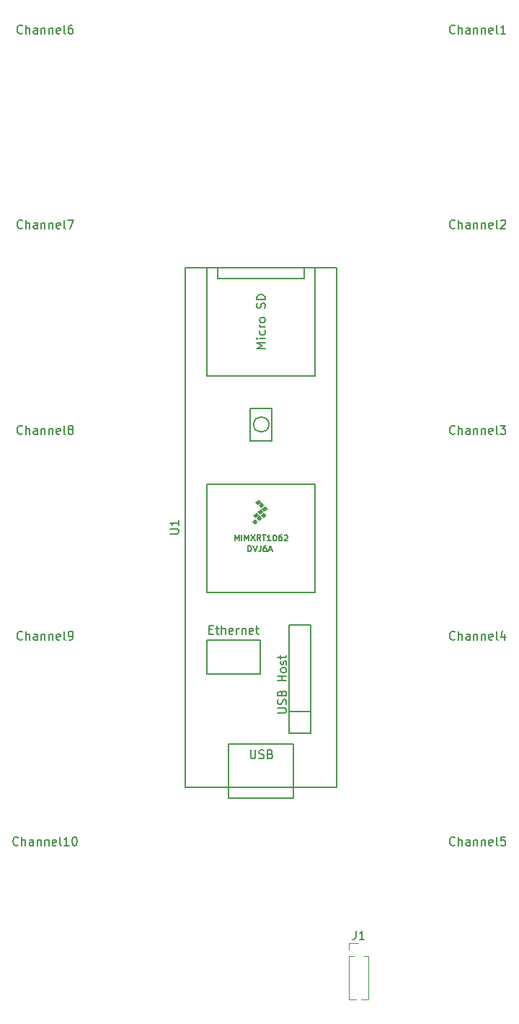
<source format=gbr>
%TF.GenerationSoftware,KiCad,Pcbnew,8.0.4*%
%TF.CreationDate,2024-11-18T10:24:52-08:00*%
%TF.ProjectId,Mother,4d6f7468-6572-42e6-9b69-6361645f7063,rev?*%
%TF.SameCoordinates,Original*%
%TF.FileFunction,Legend,Top*%
%TF.FilePolarity,Positive*%
%FSLAX46Y46*%
G04 Gerber Fmt 4.6, Leading zero omitted, Abs format (unit mm)*
G04 Created by KiCad (PCBNEW 8.0.4) date 2024-11-18 10:24:52*
%MOMM*%
%LPD*%
G01*
G04 APERTURE LIST*
%ADD10C,0.150000*%
%ADD11C,0.120000*%
%ADD12C,0.100000*%
G04 APERTURE END LIST*
D10*
X97028332Y-75289580D02*
X96980713Y-75337200D01*
X96980713Y-75337200D02*
X96837856Y-75384819D01*
X96837856Y-75384819D02*
X96742618Y-75384819D01*
X96742618Y-75384819D02*
X96599761Y-75337200D01*
X96599761Y-75337200D02*
X96504523Y-75241961D01*
X96504523Y-75241961D02*
X96456904Y-75146723D01*
X96456904Y-75146723D02*
X96409285Y-74956247D01*
X96409285Y-74956247D02*
X96409285Y-74813390D01*
X96409285Y-74813390D02*
X96456904Y-74622914D01*
X96456904Y-74622914D02*
X96504523Y-74527676D01*
X96504523Y-74527676D02*
X96599761Y-74432438D01*
X96599761Y-74432438D02*
X96742618Y-74384819D01*
X96742618Y-74384819D02*
X96837856Y-74384819D01*
X96837856Y-74384819D02*
X96980713Y-74432438D01*
X96980713Y-74432438D02*
X97028332Y-74480057D01*
X97456904Y-75384819D02*
X97456904Y-74384819D01*
X97885475Y-75384819D02*
X97885475Y-74861009D01*
X97885475Y-74861009D02*
X97837856Y-74765771D01*
X97837856Y-74765771D02*
X97742618Y-74718152D01*
X97742618Y-74718152D02*
X97599761Y-74718152D01*
X97599761Y-74718152D02*
X97504523Y-74765771D01*
X97504523Y-74765771D02*
X97456904Y-74813390D01*
X98790237Y-75384819D02*
X98790237Y-74861009D01*
X98790237Y-74861009D02*
X98742618Y-74765771D01*
X98742618Y-74765771D02*
X98647380Y-74718152D01*
X98647380Y-74718152D02*
X98456904Y-74718152D01*
X98456904Y-74718152D02*
X98361666Y-74765771D01*
X98790237Y-75337200D02*
X98694999Y-75384819D01*
X98694999Y-75384819D02*
X98456904Y-75384819D01*
X98456904Y-75384819D02*
X98361666Y-75337200D01*
X98361666Y-75337200D02*
X98314047Y-75241961D01*
X98314047Y-75241961D02*
X98314047Y-75146723D01*
X98314047Y-75146723D02*
X98361666Y-75051485D01*
X98361666Y-75051485D02*
X98456904Y-75003866D01*
X98456904Y-75003866D02*
X98694999Y-75003866D01*
X98694999Y-75003866D02*
X98790237Y-74956247D01*
X99266428Y-74718152D02*
X99266428Y-75384819D01*
X99266428Y-74813390D02*
X99314047Y-74765771D01*
X99314047Y-74765771D02*
X99409285Y-74718152D01*
X99409285Y-74718152D02*
X99552142Y-74718152D01*
X99552142Y-74718152D02*
X99647380Y-74765771D01*
X99647380Y-74765771D02*
X99694999Y-74861009D01*
X99694999Y-74861009D02*
X99694999Y-75384819D01*
X100171190Y-74718152D02*
X100171190Y-75384819D01*
X100171190Y-74813390D02*
X100218809Y-74765771D01*
X100218809Y-74765771D02*
X100314047Y-74718152D01*
X100314047Y-74718152D02*
X100456904Y-74718152D01*
X100456904Y-74718152D02*
X100552142Y-74765771D01*
X100552142Y-74765771D02*
X100599761Y-74861009D01*
X100599761Y-74861009D02*
X100599761Y-75384819D01*
X101456904Y-75337200D02*
X101361666Y-75384819D01*
X101361666Y-75384819D02*
X101171190Y-75384819D01*
X101171190Y-75384819D02*
X101075952Y-75337200D01*
X101075952Y-75337200D02*
X101028333Y-75241961D01*
X101028333Y-75241961D02*
X101028333Y-74861009D01*
X101028333Y-74861009D02*
X101075952Y-74765771D01*
X101075952Y-74765771D02*
X101171190Y-74718152D01*
X101171190Y-74718152D02*
X101361666Y-74718152D01*
X101361666Y-74718152D02*
X101456904Y-74765771D01*
X101456904Y-74765771D02*
X101504523Y-74861009D01*
X101504523Y-74861009D02*
X101504523Y-74956247D01*
X101504523Y-74956247D02*
X101028333Y-75051485D01*
X102075952Y-75384819D02*
X101980714Y-75337200D01*
X101980714Y-75337200D02*
X101933095Y-75241961D01*
X101933095Y-75241961D02*
X101933095Y-74384819D01*
X102361667Y-74384819D02*
X103028333Y-74384819D01*
X103028333Y-74384819D02*
X102599762Y-75384819D01*
X136191666Y-157779819D02*
X136191666Y-158494104D01*
X136191666Y-158494104D02*
X136144047Y-158636961D01*
X136144047Y-158636961D02*
X136048809Y-158732200D01*
X136048809Y-158732200D02*
X135905952Y-158779819D01*
X135905952Y-158779819D02*
X135810714Y-158779819D01*
X137191666Y-158779819D02*
X136620238Y-158779819D01*
X136905952Y-158779819D02*
X136905952Y-157779819D01*
X136905952Y-157779819D02*
X136810714Y-157922676D01*
X136810714Y-157922676D02*
X136715476Y-158017914D01*
X136715476Y-158017914D02*
X136620238Y-158065533D01*
X97028332Y-123549580D02*
X96980713Y-123597200D01*
X96980713Y-123597200D02*
X96837856Y-123644819D01*
X96837856Y-123644819D02*
X96742618Y-123644819D01*
X96742618Y-123644819D02*
X96599761Y-123597200D01*
X96599761Y-123597200D02*
X96504523Y-123501961D01*
X96504523Y-123501961D02*
X96456904Y-123406723D01*
X96456904Y-123406723D02*
X96409285Y-123216247D01*
X96409285Y-123216247D02*
X96409285Y-123073390D01*
X96409285Y-123073390D02*
X96456904Y-122882914D01*
X96456904Y-122882914D02*
X96504523Y-122787676D01*
X96504523Y-122787676D02*
X96599761Y-122692438D01*
X96599761Y-122692438D02*
X96742618Y-122644819D01*
X96742618Y-122644819D02*
X96837856Y-122644819D01*
X96837856Y-122644819D02*
X96980713Y-122692438D01*
X96980713Y-122692438D02*
X97028332Y-122740057D01*
X97456904Y-123644819D02*
X97456904Y-122644819D01*
X97885475Y-123644819D02*
X97885475Y-123121009D01*
X97885475Y-123121009D02*
X97837856Y-123025771D01*
X97837856Y-123025771D02*
X97742618Y-122978152D01*
X97742618Y-122978152D02*
X97599761Y-122978152D01*
X97599761Y-122978152D02*
X97504523Y-123025771D01*
X97504523Y-123025771D02*
X97456904Y-123073390D01*
X98790237Y-123644819D02*
X98790237Y-123121009D01*
X98790237Y-123121009D02*
X98742618Y-123025771D01*
X98742618Y-123025771D02*
X98647380Y-122978152D01*
X98647380Y-122978152D02*
X98456904Y-122978152D01*
X98456904Y-122978152D02*
X98361666Y-123025771D01*
X98790237Y-123597200D02*
X98694999Y-123644819D01*
X98694999Y-123644819D02*
X98456904Y-123644819D01*
X98456904Y-123644819D02*
X98361666Y-123597200D01*
X98361666Y-123597200D02*
X98314047Y-123501961D01*
X98314047Y-123501961D02*
X98314047Y-123406723D01*
X98314047Y-123406723D02*
X98361666Y-123311485D01*
X98361666Y-123311485D02*
X98456904Y-123263866D01*
X98456904Y-123263866D02*
X98694999Y-123263866D01*
X98694999Y-123263866D02*
X98790237Y-123216247D01*
X99266428Y-122978152D02*
X99266428Y-123644819D01*
X99266428Y-123073390D02*
X99314047Y-123025771D01*
X99314047Y-123025771D02*
X99409285Y-122978152D01*
X99409285Y-122978152D02*
X99552142Y-122978152D01*
X99552142Y-122978152D02*
X99647380Y-123025771D01*
X99647380Y-123025771D02*
X99694999Y-123121009D01*
X99694999Y-123121009D02*
X99694999Y-123644819D01*
X100171190Y-122978152D02*
X100171190Y-123644819D01*
X100171190Y-123073390D02*
X100218809Y-123025771D01*
X100218809Y-123025771D02*
X100314047Y-122978152D01*
X100314047Y-122978152D02*
X100456904Y-122978152D01*
X100456904Y-122978152D02*
X100552142Y-123025771D01*
X100552142Y-123025771D02*
X100599761Y-123121009D01*
X100599761Y-123121009D02*
X100599761Y-123644819D01*
X101456904Y-123597200D02*
X101361666Y-123644819D01*
X101361666Y-123644819D02*
X101171190Y-123644819D01*
X101171190Y-123644819D02*
X101075952Y-123597200D01*
X101075952Y-123597200D02*
X101028333Y-123501961D01*
X101028333Y-123501961D02*
X101028333Y-123121009D01*
X101028333Y-123121009D02*
X101075952Y-123025771D01*
X101075952Y-123025771D02*
X101171190Y-122978152D01*
X101171190Y-122978152D02*
X101361666Y-122978152D01*
X101361666Y-122978152D02*
X101456904Y-123025771D01*
X101456904Y-123025771D02*
X101504523Y-123121009D01*
X101504523Y-123121009D02*
X101504523Y-123216247D01*
X101504523Y-123216247D02*
X101028333Y-123311485D01*
X102075952Y-123644819D02*
X101980714Y-123597200D01*
X101980714Y-123597200D02*
X101933095Y-123501961D01*
X101933095Y-123501961D02*
X101933095Y-122644819D01*
X102504524Y-123644819D02*
X102695000Y-123644819D01*
X102695000Y-123644819D02*
X102790238Y-123597200D01*
X102790238Y-123597200D02*
X102837857Y-123549580D01*
X102837857Y-123549580D02*
X102933095Y-123406723D01*
X102933095Y-123406723D02*
X102980714Y-123216247D01*
X102980714Y-123216247D02*
X102980714Y-122835295D01*
X102980714Y-122835295D02*
X102933095Y-122740057D01*
X102933095Y-122740057D02*
X102885476Y-122692438D01*
X102885476Y-122692438D02*
X102790238Y-122644819D01*
X102790238Y-122644819D02*
X102599762Y-122644819D01*
X102599762Y-122644819D02*
X102504524Y-122692438D01*
X102504524Y-122692438D02*
X102456905Y-122740057D01*
X102456905Y-122740057D02*
X102409286Y-122835295D01*
X102409286Y-122835295D02*
X102409286Y-123073390D01*
X102409286Y-123073390D02*
X102456905Y-123168628D01*
X102456905Y-123168628D02*
X102504524Y-123216247D01*
X102504524Y-123216247D02*
X102599762Y-123263866D01*
X102599762Y-123263866D02*
X102790238Y-123263866D01*
X102790238Y-123263866D02*
X102885476Y-123216247D01*
X102885476Y-123216247D02*
X102933095Y-123168628D01*
X102933095Y-123168628D02*
X102980714Y-123073390D01*
X147828332Y-52429580D02*
X147780713Y-52477200D01*
X147780713Y-52477200D02*
X147637856Y-52524819D01*
X147637856Y-52524819D02*
X147542618Y-52524819D01*
X147542618Y-52524819D02*
X147399761Y-52477200D01*
X147399761Y-52477200D02*
X147304523Y-52381961D01*
X147304523Y-52381961D02*
X147256904Y-52286723D01*
X147256904Y-52286723D02*
X147209285Y-52096247D01*
X147209285Y-52096247D02*
X147209285Y-51953390D01*
X147209285Y-51953390D02*
X147256904Y-51762914D01*
X147256904Y-51762914D02*
X147304523Y-51667676D01*
X147304523Y-51667676D02*
X147399761Y-51572438D01*
X147399761Y-51572438D02*
X147542618Y-51524819D01*
X147542618Y-51524819D02*
X147637856Y-51524819D01*
X147637856Y-51524819D02*
X147780713Y-51572438D01*
X147780713Y-51572438D02*
X147828332Y-51620057D01*
X148256904Y-52524819D02*
X148256904Y-51524819D01*
X148685475Y-52524819D02*
X148685475Y-52001009D01*
X148685475Y-52001009D02*
X148637856Y-51905771D01*
X148637856Y-51905771D02*
X148542618Y-51858152D01*
X148542618Y-51858152D02*
X148399761Y-51858152D01*
X148399761Y-51858152D02*
X148304523Y-51905771D01*
X148304523Y-51905771D02*
X148256904Y-51953390D01*
X149590237Y-52524819D02*
X149590237Y-52001009D01*
X149590237Y-52001009D02*
X149542618Y-51905771D01*
X149542618Y-51905771D02*
X149447380Y-51858152D01*
X149447380Y-51858152D02*
X149256904Y-51858152D01*
X149256904Y-51858152D02*
X149161666Y-51905771D01*
X149590237Y-52477200D02*
X149494999Y-52524819D01*
X149494999Y-52524819D02*
X149256904Y-52524819D01*
X149256904Y-52524819D02*
X149161666Y-52477200D01*
X149161666Y-52477200D02*
X149114047Y-52381961D01*
X149114047Y-52381961D02*
X149114047Y-52286723D01*
X149114047Y-52286723D02*
X149161666Y-52191485D01*
X149161666Y-52191485D02*
X149256904Y-52143866D01*
X149256904Y-52143866D02*
X149494999Y-52143866D01*
X149494999Y-52143866D02*
X149590237Y-52096247D01*
X150066428Y-51858152D02*
X150066428Y-52524819D01*
X150066428Y-51953390D02*
X150114047Y-51905771D01*
X150114047Y-51905771D02*
X150209285Y-51858152D01*
X150209285Y-51858152D02*
X150352142Y-51858152D01*
X150352142Y-51858152D02*
X150447380Y-51905771D01*
X150447380Y-51905771D02*
X150494999Y-52001009D01*
X150494999Y-52001009D02*
X150494999Y-52524819D01*
X150971190Y-51858152D02*
X150971190Y-52524819D01*
X150971190Y-51953390D02*
X151018809Y-51905771D01*
X151018809Y-51905771D02*
X151114047Y-51858152D01*
X151114047Y-51858152D02*
X151256904Y-51858152D01*
X151256904Y-51858152D02*
X151352142Y-51905771D01*
X151352142Y-51905771D02*
X151399761Y-52001009D01*
X151399761Y-52001009D02*
X151399761Y-52524819D01*
X152256904Y-52477200D02*
X152161666Y-52524819D01*
X152161666Y-52524819D02*
X151971190Y-52524819D01*
X151971190Y-52524819D02*
X151875952Y-52477200D01*
X151875952Y-52477200D02*
X151828333Y-52381961D01*
X151828333Y-52381961D02*
X151828333Y-52001009D01*
X151828333Y-52001009D02*
X151875952Y-51905771D01*
X151875952Y-51905771D02*
X151971190Y-51858152D01*
X151971190Y-51858152D02*
X152161666Y-51858152D01*
X152161666Y-51858152D02*
X152256904Y-51905771D01*
X152256904Y-51905771D02*
X152304523Y-52001009D01*
X152304523Y-52001009D02*
X152304523Y-52096247D01*
X152304523Y-52096247D02*
X151828333Y-52191485D01*
X152875952Y-52524819D02*
X152780714Y-52477200D01*
X152780714Y-52477200D02*
X152733095Y-52381961D01*
X152733095Y-52381961D02*
X152733095Y-51524819D01*
X153780714Y-52524819D02*
X153209286Y-52524819D01*
X153495000Y-52524819D02*
X153495000Y-51524819D01*
X153495000Y-51524819D02*
X153399762Y-51667676D01*
X153399762Y-51667676D02*
X153304524Y-51762914D01*
X153304524Y-51762914D02*
X153209286Y-51810533D01*
X147828332Y-147679580D02*
X147780713Y-147727200D01*
X147780713Y-147727200D02*
X147637856Y-147774819D01*
X147637856Y-147774819D02*
X147542618Y-147774819D01*
X147542618Y-147774819D02*
X147399761Y-147727200D01*
X147399761Y-147727200D02*
X147304523Y-147631961D01*
X147304523Y-147631961D02*
X147256904Y-147536723D01*
X147256904Y-147536723D02*
X147209285Y-147346247D01*
X147209285Y-147346247D02*
X147209285Y-147203390D01*
X147209285Y-147203390D02*
X147256904Y-147012914D01*
X147256904Y-147012914D02*
X147304523Y-146917676D01*
X147304523Y-146917676D02*
X147399761Y-146822438D01*
X147399761Y-146822438D02*
X147542618Y-146774819D01*
X147542618Y-146774819D02*
X147637856Y-146774819D01*
X147637856Y-146774819D02*
X147780713Y-146822438D01*
X147780713Y-146822438D02*
X147828332Y-146870057D01*
X148256904Y-147774819D02*
X148256904Y-146774819D01*
X148685475Y-147774819D02*
X148685475Y-147251009D01*
X148685475Y-147251009D02*
X148637856Y-147155771D01*
X148637856Y-147155771D02*
X148542618Y-147108152D01*
X148542618Y-147108152D02*
X148399761Y-147108152D01*
X148399761Y-147108152D02*
X148304523Y-147155771D01*
X148304523Y-147155771D02*
X148256904Y-147203390D01*
X149590237Y-147774819D02*
X149590237Y-147251009D01*
X149590237Y-147251009D02*
X149542618Y-147155771D01*
X149542618Y-147155771D02*
X149447380Y-147108152D01*
X149447380Y-147108152D02*
X149256904Y-147108152D01*
X149256904Y-147108152D02*
X149161666Y-147155771D01*
X149590237Y-147727200D02*
X149494999Y-147774819D01*
X149494999Y-147774819D02*
X149256904Y-147774819D01*
X149256904Y-147774819D02*
X149161666Y-147727200D01*
X149161666Y-147727200D02*
X149114047Y-147631961D01*
X149114047Y-147631961D02*
X149114047Y-147536723D01*
X149114047Y-147536723D02*
X149161666Y-147441485D01*
X149161666Y-147441485D02*
X149256904Y-147393866D01*
X149256904Y-147393866D02*
X149494999Y-147393866D01*
X149494999Y-147393866D02*
X149590237Y-147346247D01*
X150066428Y-147108152D02*
X150066428Y-147774819D01*
X150066428Y-147203390D02*
X150114047Y-147155771D01*
X150114047Y-147155771D02*
X150209285Y-147108152D01*
X150209285Y-147108152D02*
X150352142Y-147108152D01*
X150352142Y-147108152D02*
X150447380Y-147155771D01*
X150447380Y-147155771D02*
X150494999Y-147251009D01*
X150494999Y-147251009D02*
X150494999Y-147774819D01*
X150971190Y-147108152D02*
X150971190Y-147774819D01*
X150971190Y-147203390D02*
X151018809Y-147155771D01*
X151018809Y-147155771D02*
X151114047Y-147108152D01*
X151114047Y-147108152D02*
X151256904Y-147108152D01*
X151256904Y-147108152D02*
X151352142Y-147155771D01*
X151352142Y-147155771D02*
X151399761Y-147251009D01*
X151399761Y-147251009D02*
X151399761Y-147774819D01*
X152256904Y-147727200D02*
X152161666Y-147774819D01*
X152161666Y-147774819D02*
X151971190Y-147774819D01*
X151971190Y-147774819D02*
X151875952Y-147727200D01*
X151875952Y-147727200D02*
X151828333Y-147631961D01*
X151828333Y-147631961D02*
X151828333Y-147251009D01*
X151828333Y-147251009D02*
X151875952Y-147155771D01*
X151875952Y-147155771D02*
X151971190Y-147108152D01*
X151971190Y-147108152D02*
X152161666Y-147108152D01*
X152161666Y-147108152D02*
X152256904Y-147155771D01*
X152256904Y-147155771D02*
X152304523Y-147251009D01*
X152304523Y-147251009D02*
X152304523Y-147346247D01*
X152304523Y-147346247D02*
X151828333Y-147441485D01*
X152875952Y-147774819D02*
X152780714Y-147727200D01*
X152780714Y-147727200D02*
X152733095Y-147631961D01*
X152733095Y-147631961D02*
X152733095Y-146774819D01*
X153733095Y-146774819D02*
X153256905Y-146774819D01*
X153256905Y-146774819D02*
X153209286Y-147251009D01*
X153209286Y-147251009D02*
X153256905Y-147203390D01*
X153256905Y-147203390D02*
X153352143Y-147155771D01*
X153352143Y-147155771D02*
X153590238Y-147155771D01*
X153590238Y-147155771D02*
X153685476Y-147203390D01*
X153685476Y-147203390D02*
X153733095Y-147251009D01*
X153733095Y-147251009D02*
X153780714Y-147346247D01*
X153780714Y-147346247D02*
X153780714Y-147584342D01*
X153780714Y-147584342D02*
X153733095Y-147679580D01*
X153733095Y-147679580D02*
X153685476Y-147727200D01*
X153685476Y-147727200D02*
X153590238Y-147774819D01*
X153590238Y-147774819D02*
X153352143Y-147774819D01*
X153352143Y-147774819D02*
X153256905Y-147727200D01*
X153256905Y-147727200D02*
X153209286Y-147679580D01*
X96552142Y-147679580D02*
X96504523Y-147727200D01*
X96504523Y-147727200D02*
X96361666Y-147774819D01*
X96361666Y-147774819D02*
X96266428Y-147774819D01*
X96266428Y-147774819D02*
X96123571Y-147727200D01*
X96123571Y-147727200D02*
X96028333Y-147631961D01*
X96028333Y-147631961D02*
X95980714Y-147536723D01*
X95980714Y-147536723D02*
X95933095Y-147346247D01*
X95933095Y-147346247D02*
X95933095Y-147203390D01*
X95933095Y-147203390D02*
X95980714Y-147012914D01*
X95980714Y-147012914D02*
X96028333Y-146917676D01*
X96028333Y-146917676D02*
X96123571Y-146822438D01*
X96123571Y-146822438D02*
X96266428Y-146774819D01*
X96266428Y-146774819D02*
X96361666Y-146774819D01*
X96361666Y-146774819D02*
X96504523Y-146822438D01*
X96504523Y-146822438D02*
X96552142Y-146870057D01*
X96980714Y-147774819D02*
X96980714Y-146774819D01*
X97409285Y-147774819D02*
X97409285Y-147251009D01*
X97409285Y-147251009D02*
X97361666Y-147155771D01*
X97361666Y-147155771D02*
X97266428Y-147108152D01*
X97266428Y-147108152D02*
X97123571Y-147108152D01*
X97123571Y-147108152D02*
X97028333Y-147155771D01*
X97028333Y-147155771D02*
X96980714Y-147203390D01*
X98314047Y-147774819D02*
X98314047Y-147251009D01*
X98314047Y-147251009D02*
X98266428Y-147155771D01*
X98266428Y-147155771D02*
X98171190Y-147108152D01*
X98171190Y-147108152D02*
X97980714Y-147108152D01*
X97980714Y-147108152D02*
X97885476Y-147155771D01*
X98314047Y-147727200D02*
X98218809Y-147774819D01*
X98218809Y-147774819D02*
X97980714Y-147774819D01*
X97980714Y-147774819D02*
X97885476Y-147727200D01*
X97885476Y-147727200D02*
X97837857Y-147631961D01*
X97837857Y-147631961D02*
X97837857Y-147536723D01*
X97837857Y-147536723D02*
X97885476Y-147441485D01*
X97885476Y-147441485D02*
X97980714Y-147393866D01*
X97980714Y-147393866D02*
X98218809Y-147393866D01*
X98218809Y-147393866D02*
X98314047Y-147346247D01*
X98790238Y-147108152D02*
X98790238Y-147774819D01*
X98790238Y-147203390D02*
X98837857Y-147155771D01*
X98837857Y-147155771D02*
X98933095Y-147108152D01*
X98933095Y-147108152D02*
X99075952Y-147108152D01*
X99075952Y-147108152D02*
X99171190Y-147155771D01*
X99171190Y-147155771D02*
X99218809Y-147251009D01*
X99218809Y-147251009D02*
X99218809Y-147774819D01*
X99695000Y-147108152D02*
X99695000Y-147774819D01*
X99695000Y-147203390D02*
X99742619Y-147155771D01*
X99742619Y-147155771D02*
X99837857Y-147108152D01*
X99837857Y-147108152D02*
X99980714Y-147108152D01*
X99980714Y-147108152D02*
X100075952Y-147155771D01*
X100075952Y-147155771D02*
X100123571Y-147251009D01*
X100123571Y-147251009D02*
X100123571Y-147774819D01*
X100980714Y-147727200D02*
X100885476Y-147774819D01*
X100885476Y-147774819D02*
X100695000Y-147774819D01*
X100695000Y-147774819D02*
X100599762Y-147727200D01*
X100599762Y-147727200D02*
X100552143Y-147631961D01*
X100552143Y-147631961D02*
X100552143Y-147251009D01*
X100552143Y-147251009D02*
X100599762Y-147155771D01*
X100599762Y-147155771D02*
X100695000Y-147108152D01*
X100695000Y-147108152D02*
X100885476Y-147108152D01*
X100885476Y-147108152D02*
X100980714Y-147155771D01*
X100980714Y-147155771D02*
X101028333Y-147251009D01*
X101028333Y-147251009D02*
X101028333Y-147346247D01*
X101028333Y-147346247D02*
X100552143Y-147441485D01*
X101599762Y-147774819D02*
X101504524Y-147727200D01*
X101504524Y-147727200D02*
X101456905Y-147631961D01*
X101456905Y-147631961D02*
X101456905Y-146774819D01*
X102504524Y-147774819D02*
X101933096Y-147774819D01*
X102218810Y-147774819D02*
X102218810Y-146774819D01*
X102218810Y-146774819D02*
X102123572Y-146917676D01*
X102123572Y-146917676D02*
X102028334Y-147012914D01*
X102028334Y-147012914D02*
X101933096Y-147060533D01*
X103123572Y-146774819D02*
X103218810Y-146774819D01*
X103218810Y-146774819D02*
X103314048Y-146822438D01*
X103314048Y-146822438D02*
X103361667Y-146870057D01*
X103361667Y-146870057D02*
X103409286Y-146965295D01*
X103409286Y-146965295D02*
X103456905Y-147155771D01*
X103456905Y-147155771D02*
X103456905Y-147393866D01*
X103456905Y-147393866D02*
X103409286Y-147584342D01*
X103409286Y-147584342D02*
X103361667Y-147679580D01*
X103361667Y-147679580D02*
X103314048Y-147727200D01*
X103314048Y-147727200D02*
X103218810Y-147774819D01*
X103218810Y-147774819D02*
X103123572Y-147774819D01*
X103123572Y-147774819D02*
X103028334Y-147727200D01*
X103028334Y-147727200D02*
X102980715Y-147679580D01*
X102980715Y-147679580D02*
X102933096Y-147584342D01*
X102933096Y-147584342D02*
X102885477Y-147393866D01*
X102885477Y-147393866D02*
X102885477Y-147155771D01*
X102885477Y-147155771D02*
X102933096Y-146965295D01*
X102933096Y-146965295D02*
X102980715Y-146870057D01*
X102980715Y-146870057D02*
X103028334Y-146822438D01*
X103028334Y-146822438D02*
X103123572Y-146774819D01*
X97028332Y-52429580D02*
X96980713Y-52477200D01*
X96980713Y-52477200D02*
X96837856Y-52524819D01*
X96837856Y-52524819D02*
X96742618Y-52524819D01*
X96742618Y-52524819D02*
X96599761Y-52477200D01*
X96599761Y-52477200D02*
X96504523Y-52381961D01*
X96504523Y-52381961D02*
X96456904Y-52286723D01*
X96456904Y-52286723D02*
X96409285Y-52096247D01*
X96409285Y-52096247D02*
X96409285Y-51953390D01*
X96409285Y-51953390D02*
X96456904Y-51762914D01*
X96456904Y-51762914D02*
X96504523Y-51667676D01*
X96504523Y-51667676D02*
X96599761Y-51572438D01*
X96599761Y-51572438D02*
X96742618Y-51524819D01*
X96742618Y-51524819D02*
X96837856Y-51524819D01*
X96837856Y-51524819D02*
X96980713Y-51572438D01*
X96980713Y-51572438D02*
X97028332Y-51620057D01*
X97456904Y-52524819D02*
X97456904Y-51524819D01*
X97885475Y-52524819D02*
X97885475Y-52001009D01*
X97885475Y-52001009D02*
X97837856Y-51905771D01*
X97837856Y-51905771D02*
X97742618Y-51858152D01*
X97742618Y-51858152D02*
X97599761Y-51858152D01*
X97599761Y-51858152D02*
X97504523Y-51905771D01*
X97504523Y-51905771D02*
X97456904Y-51953390D01*
X98790237Y-52524819D02*
X98790237Y-52001009D01*
X98790237Y-52001009D02*
X98742618Y-51905771D01*
X98742618Y-51905771D02*
X98647380Y-51858152D01*
X98647380Y-51858152D02*
X98456904Y-51858152D01*
X98456904Y-51858152D02*
X98361666Y-51905771D01*
X98790237Y-52477200D02*
X98694999Y-52524819D01*
X98694999Y-52524819D02*
X98456904Y-52524819D01*
X98456904Y-52524819D02*
X98361666Y-52477200D01*
X98361666Y-52477200D02*
X98314047Y-52381961D01*
X98314047Y-52381961D02*
X98314047Y-52286723D01*
X98314047Y-52286723D02*
X98361666Y-52191485D01*
X98361666Y-52191485D02*
X98456904Y-52143866D01*
X98456904Y-52143866D02*
X98694999Y-52143866D01*
X98694999Y-52143866D02*
X98790237Y-52096247D01*
X99266428Y-51858152D02*
X99266428Y-52524819D01*
X99266428Y-51953390D02*
X99314047Y-51905771D01*
X99314047Y-51905771D02*
X99409285Y-51858152D01*
X99409285Y-51858152D02*
X99552142Y-51858152D01*
X99552142Y-51858152D02*
X99647380Y-51905771D01*
X99647380Y-51905771D02*
X99694999Y-52001009D01*
X99694999Y-52001009D02*
X99694999Y-52524819D01*
X100171190Y-51858152D02*
X100171190Y-52524819D01*
X100171190Y-51953390D02*
X100218809Y-51905771D01*
X100218809Y-51905771D02*
X100314047Y-51858152D01*
X100314047Y-51858152D02*
X100456904Y-51858152D01*
X100456904Y-51858152D02*
X100552142Y-51905771D01*
X100552142Y-51905771D02*
X100599761Y-52001009D01*
X100599761Y-52001009D02*
X100599761Y-52524819D01*
X101456904Y-52477200D02*
X101361666Y-52524819D01*
X101361666Y-52524819D02*
X101171190Y-52524819D01*
X101171190Y-52524819D02*
X101075952Y-52477200D01*
X101075952Y-52477200D02*
X101028333Y-52381961D01*
X101028333Y-52381961D02*
X101028333Y-52001009D01*
X101028333Y-52001009D02*
X101075952Y-51905771D01*
X101075952Y-51905771D02*
X101171190Y-51858152D01*
X101171190Y-51858152D02*
X101361666Y-51858152D01*
X101361666Y-51858152D02*
X101456904Y-51905771D01*
X101456904Y-51905771D02*
X101504523Y-52001009D01*
X101504523Y-52001009D02*
X101504523Y-52096247D01*
X101504523Y-52096247D02*
X101028333Y-52191485D01*
X102075952Y-52524819D02*
X101980714Y-52477200D01*
X101980714Y-52477200D02*
X101933095Y-52381961D01*
X101933095Y-52381961D02*
X101933095Y-51524819D01*
X102885476Y-51524819D02*
X102695000Y-51524819D01*
X102695000Y-51524819D02*
X102599762Y-51572438D01*
X102599762Y-51572438D02*
X102552143Y-51620057D01*
X102552143Y-51620057D02*
X102456905Y-51762914D01*
X102456905Y-51762914D02*
X102409286Y-51953390D01*
X102409286Y-51953390D02*
X102409286Y-52334342D01*
X102409286Y-52334342D02*
X102456905Y-52429580D01*
X102456905Y-52429580D02*
X102504524Y-52477200D01*
X102504524Y-52477200D02*
X102599762Y-52524819D01*
X102599762Y-52524819D02*
X102790238Y-52524819D01*
X102790238Y-52524819D02*
X102885476Y-52477200D01*
X102885476Y-52477200D02*
X102933095Y-52429580D01*
X102933095Y-52429580D02*
X102980714Y-52334342D01*
X102980714Y-52334342D02*
X102980714Y-52096247D01*
X102980714Y-52096247D02*
X102933095Y-52001009D01*
X102933095Y-52001009D02*
X102885476Y-51953390D01*
X102885476Y-51953390D02*
X102790238Y-51905771D01*
X102790238Y-51905771D02*
X102599762Y-51905771D01*
X102599762Y-51905771D02*
X102504524Y-51953390D01*
X102504524Y-51953390D02*
X102456905Y-52001009D01*
X102456905Y-52001009D02*
X102409286Y-52096247D01*
X147828332Y-75289580D02*
X147780713Y-75337200D01*
X147780713Y-75337200D02*
X147637856Y-75384819D01*
X147637856Y-75384819D02*
X147542618Y-75384819D01*
X147542618Y-75384819D02*
X147399761Y-75337200D01*
X147399761Y-75337200D02*
X147304523Y-75241961D01*
X147304523Y-75241961D02*
X147256904Y-75146723D01*
X147256904Y-75146723D02*
X147209285Y-74956247D01*
X147209285Y-74956247D02*
X147209285Y-74813390D01*
X147209285Y-74813390D02*
X147256904Y-74622914D01*
X147256904Y-74622914D02*
X147304523Y-74527676D01*
X147304523Y-74527676D02*
X147399761Y-74432438D01*
X147399761Y-74432438D02*
X147542618Y-74384819D01*
X147542618Y-74384819D02*
X147637856Y-74384819D01*
X147637856Y-74384819D02*
X147780713Y-74432438D01*
X147780713Y-74432438D02*
X147828332Y-74480057D01*
X148256904Y-75384819D02*
X148256904Y-74384819D01*
X148685475Y-75384819D02*
X148685475Y-74861009D01*
X148685475Y-74861009D02*
X148637856Y-74765771D01*
X148637856Y-74765771D02*
X148542618Y-74718152D01*
X148542618Y-74718152D02*
X148399761Y-74718152D01*
X148399761Y-74718152D02*
X148304523Y-74765771D01*
X148304523Y-74765771D02*
X148256904Y-74813390D01*
X149590237Y-75384819D02*
X149590237Y-74861009D01*
X149590237Y-74861009D02*
X149542618Y-74765771D01*
X149542618Y-74765771D02*
X149447380Y-74718152D01*
X149447380Y-74718152D02*
X149256904Y-74718152D01*
X149256904Y-74718152D02*
X149161666Y-74765771D01*
X149590237Y-75337200D02*
X149494999Y-75384819D01*
X149494999Y-75384819D02*
X149256904Y-75384819D01*
X149256904Y-75384819D02*
X149161666Y-75337200D01*
X149161666Y-75337200D02*
X149114047Y-75241961D01*
X149114047Y-75241961D02*
X149114047Y-75146723D01*
X149114047Y-75146723D02*
X149161666Y-75051485D01*
X149161666Y-75051485D02*
X149256904Y-75003866D01*
X149256904Y-75003866D02*
X149494999Y-75003866D01*
X149494999Y-75003866D02*
X149590237Y-74956247D01*
X150066428Y-74718152D02*
X150066428Y-75384819D01*
X150066428Y-74813390D02*
X150114047Y-74765771D01*
X150114047Y-74765771D02*
X150209285Y-74718152D01*
X150209285Y-74718152D02*
X150352142Y-74718152D01*
X150352142Y-74718152D02*
X150447380Y-74765771D01*
X150447380Y-74765771D02*
X150494999Y-74861009D01*
X150494999Y-74861009D02*
X150494999Y-75384819D01*
X150971190Y-74718152D02*
X150971190Y-75384819D01*
X150971190Y-74813390D02*
X151018809Y-74765771D01*
X151018809Y-74765771D02*
X151114047Y-74718152D01*
X151114047Y-74718152D02*
X151256904Y-74718152D01*
X151256904Y-74718152D02*
X151352142Y-74765771D01*
X151352142Y-74765771D02*
X151399761Y-74861009D01*
X151399761Y-74861009D02*
X151399761Y-75384819D01*
X152256904Y-75337200D02*
X152161666Y-75384819D01*
X152161666Y-75384819D02*
X151971190Y-75384819D01*
X151971190Y-75384819D02*
X151875952Y-75337200D01*
X151875952Y-75337200D02*
X151828333Y-75241961D01*
X151828333Y-75241961D02*
X151828333Y-74861009D01*
X151828333Y-74861009D02*
X151875952Y-74765771D01*
X151875952Y-74765771D02*
X151971190Y-74718152D01*
X151971190Y-74718152D02*
X152161666Y-74718152D01*
X152161666Y-74718152D02*
X152256904Y-74765771D01*
X152256904Y-74765771D02*
X152304523Y-74861009D01*
X152304523Y-74861009D02*
X152304523Y-74956247D01*
X152304523Y-74956247D02*
X151828333Y-75051485D01*
X152875952Y-75384819D02*
X152780714Y-75337200D01*
X152780714Y-75337200D02*
X152733095Y-75241961D01*
X152733095Y-75241961D02*
X152733095Y-74384819D01*
X153209286Y-74480057D02*
X153256905Y-74432438D01*
X153256905Y-74432438D02*
X153352143Y-74384819D01*
X153352143Y-74384819D02*
X153590238Y-74384819D01*
X153590238Y-74384819D02*
X153685476Y-74432438D01*
X153685476Y-74432438D02*
X153733095Y-74480057D01*
X153733095Y-74480057D02*
X153780714Y-74575295D01*
X153780714Y-74575295D02*
X153780714Y-74670533D01*
X153780714Y-74670533D02*
X153733095Y-74813390D01*
X153733095Y-74813390D02*
X153161667Y-75384819D01*
X153161667Y-75384819D02*
X153780714Y-75384819D01*
X97028332Y-99419580D02*
X96980713Y-99467200D01*
X96980713Y-99467200D02*
X96837856Y-99514819D01*
X96837856Y-99514819D02*
X96742618Y-99514819D01*
X96742618Y-99514819D02*
X96599761Y-99467200D01*
X96599761Y-99467200D02*
X96504523Y-99371961D01*
X96504523Y-99371961D02*
X96456904Y-99276723D01*
X96456904Y-99276723D02*
X96409285Y-99086247D01*
X96409285Y-99086247D02*
X96409285Y-98943390D01*
X96409285Y-98943390D02*
X96456904Y-98752914D01*
X96456904Y-98752914D02*
X96504523Y-98657676D01*
X96504523Y-98657676D02*
X96599761Y-98562438D01*
X96599761Y-98562438D02*
X96742618Y-98514819D01*
X96742618Y-98514819D02*
X96837856Y-98514819D01*
X96837856Y-98514819D02*
X96980713Y-98562438D01*
X96980713Y-98562438D02*
X97028332Y-98610057D01*
X97456904Y-99514819D02*
X97456904Y-98514819D01*
X97885475Y-99514819D02*
X97885475Y-98991009D01*
X97885475Y-98991009D02*
X97837856Y-98895771D01*
X97837856Y-98895771D02*
X97742618Y-98848152D01*
X97742618Y-98848152D02*
X97599761Y-98848152D01*
X97599761Y-98848152D02*
X97504523Y-98895771D01*
X97504523Y-98895771D02*
X97456904Y-98943390D01*
X98790237Y-99514819D02*
X98790237Y-98991009D01*
X98790237Y-98991009D02*
X98742618Y-98895771D01*
X98742618Y-98895771D02*
X98647380Y-98848152D01*
X98647380Y-98848152D02*
X98456904Y-98848152D01*
X98456904Y-98848152D02*
X98361666Y-98895771D01*
X98790237Y-99467200D02*
X98694999Y-99514819D01*
X98694999Y-99514819D02*
X98456904Y-99514819D01*
X98456904Y-99514819D02*
X98361666Y-99467200D01*
X98361666Y-99467200D02*
X98314047Y-99371961D01*
X98314047Y-99371961D02*
X98314047Y-99276723D01*
X98314047Y-99276723D02*
X98361666Y-99181485D01*
X98361666Y-99181485D02*
X98456904Y-99133866D01*
X98456904Y-99133866D02*
X98694999Y-99133866D01*
X98694999Y-99133866D02*
X98790237Y-99086247D01*
X99266428Y-98848152D02*
X99266428Y-99514819D01*
X99266428Y-98943390D02*
X99314047Y-98895771D01*
X99314047Y-98895771D02*
X99409285Y-98848152D01*
X99409285Y-98848152D02*
X99552142Y-98848152D01*
X99552142Y-98848152D02*
X99647380Y-98895771D01*
X99647380Y-98895771D02*
X99694999Y-98991009D01*
X99694999Y-98991009D02*
X99694999Y-99514819D01*
X100171190Y-98848152D02*
X100171190Y-99514819D01*
X100171190Y-98943390D02*
X100218809Y-98895771D01*
X100218809Y-98895771D02*
X100314047Y-98848152D01*
X100314047Y-98848152D02*
X100456904Y-98848152D01*
X100456904Y-98848152D02*
X100552142Y-98895771D01*
X100552142Y-98895771D02*
X100599761Y-98991009D01*
X100599761Y-98991009D02*
X100599761Y-99514819D01*
X101456904Y-99467200D02*
X101361666Y-99514819D01*
X101361666Y-99514819D02*
X101171190Y-99514819D01*
X101171190Y-99514819D02*
X101075952Y-99467200D01*
X101075952Y-99467200D02*
X101028333Y-99371961D01*
X101028333Y-99371961D02*
X101028333Y-98991009D01*
X101028333Y-98991009D02*
X101075952Y-98895771D01*
X101075952Y-98895771D02*
X101171190Y-98848152D01*
X101171190Y-98848152D02*
X101361666Y-98848152D01*
X101361666Y-98848152D02*
X101456904Y-98895771D01*
X101456904Y-98895771D02*
X101504523Y-98991009D01*
X101504523Y-98991009D02*
X101504523Y-99086247D01*
X101504523Y-99086247D02*
X101028333Y-99181485D01*
X102075952Y-99514819D02*
X101980714Y-99467200D01*
X101980714Y-99467200D02*
X101933095Y-99371961D01*
X101933095Y-99371961D02*
X101933095Y-98514819D01*
X102599762Y-98943390D02*
X102504524Y-98895771D01*
X102504524Y-98895771D02*
X102456905Y-98848152D01*
X102456905Y-98848152D02*
X102409286Y-98752914D01*
X102409286Y-98752914D02*
X102409286Y-98705295D01*
X102409286Y-98705295D02*
X102456905Y-98610057D01*
X102456905Y-98610057D02*
X102504524Y-98562438D01*
X102504524Y-98562438D02*
X102599762Y-98514819D01*
X102599762Y-98514819D02*
X102790238Y-98514819D01*
X102790238Y-98514819D02*
X102885476Y-98562438D01*
X102885476Y-98562438D02*
X102933095Y-98610057D01*
X102933095Y-98610057D02*
X102980714Y-98705295D01*
X102980714Y-98705295D02*
X102980714Y-98752914D01*
X102980714Y-98752914D02*
X102933095Y-98848152D01*
X102933095Y-98848152D02*
X102885476Y-98895771D01*
X102885476Y-98895771D02*
X102790238Y-98943390D01*
X102790238Y-98943390D02*
X102599762Y-98943390D01*
X102599762Y-98943390D02*
X102504524Y-98991009D01*
X102504524Y-98991009D02*
X102456905Y-99038628D01*
X102456905Y-99038628D02*
X102409286Y-99133866D01*
X102409286Y-99133866D02*
X102409286Y-99324342D01*
X102409286Y-99324342D02*
X102456905Y-99419580D01*
X102456905Y-99419580D02*
X102504524Y-99467200D01*
X102504524Y-99467200D02*
X102599762Y-99514819D01*
X102599762Y-99514819D02*
X102790238Y-99514819D01*
X102790238Y-99514819D02*
X102885476Y-99467200D01*
X102885476Y-99467200D02*
X102933095Y-99419580D01*
X102933095Y-99419580D02*
X102980714Y-99324342D01*
X102980714Y-99324342D02*
X102980714Y-99133866D01*
X102980714Y-99133866D02*
X102933095Y-99038628D01*
X102933095Y-99038628D02*
X102885476Y-98991009D01*
X102885476Y-98991009D02*
X102790238Y-98943390D01*
X147828332Y-123549580D02*
X147780713Y-123597200D01*
X147780713Y-123597200D02*
X147637856Y-123644819D01*
X147637856Y-123644819D02*
X147542618Y-123644819D01*
X147542618Y-123644819D02*
X147399761Y-123597200D01*
X147399761Y-123597200D02*
X147304523Y-123501961D01*
X147304523Y-123501961D02*
X147256904Y-123406723D01*
X147256904Y-123406723D02*
X147209285Y-123216247D01*
X147209285Y-123216247D02*
X147209285Y-123073390D01*
X147209285Y-123073390D02*
X147256904Y-122882914D01*
X147256904Y-122882914D02*
X147304523Y-122787676D01*
X147304523Y-122787676D02*
X147399761Y-122692438D01*
X147399761Y-122692438D02*
X147542618Y-122644819D01*
X147542618Y-122644819D02*
X147637856Y-122644819D01*
X147637856Y-122644819D02*
X147780713Y-122692438D01*
X147780713Y-122692438D02*
X147828332Y-122740057D01*
X148256904Y-123644819D02*
X148256904Y-122644819D01*
X148685475Y-123644819D02*
X148685475Y-123121009D01*
X148685475Y-123121009D02*
X148637856Y-123025771D01*
X148637856Y-123025771D02*
X148542618Y-122978152D01*
X148542618Y-122978152D02*
X148399761Y-122978152D01*
X148399761Y-122978152D02*
X148304523Y-123025771D01*
X148304523Y-123025771D02*
X148256904Y-123073390D01*
X149590237Y-123644819D02*
X149590237Y-123121009D01*
X149590237Y-123121009D02*
X149542618Y-123025771D01*
X149542618Y-123025771D02*
X149447380Y-122978152D01*
X149447380Y-122978152D02*
X149256904Y-122978152D01*
X149256904Y-122978152D02*
X149161666Y-123025771D01*
X149590237Y-123597200D02*
X149494999Y-123644819D01*
X149494999Y-123644819D02*
X149256904Y-123644819D01*
X149256904Y-123644819D02*
X149161666Y-123597200D01*
X149161666Y-123597200D02*
X149114047Y-123501961D01*
X149114047Y-123501961D02*
X149114047Y-123406723D01*
X149114047Y-123406723D02*
X149161666Y-123311485D01*
X149161666Y-123311485D02*
X149256904Y-123263866D01*
X149256904Y-123263866D02*
X149494999Y-123263866D01*
X149494999Y-123263866D02*
X149590237Y-123216247D01*
X150066428Y-122978152D02*
X150066428Y-123644819D01*
X150066428Y-123073390D02*
X150114047Y-123025771D01*
X150114047Y-123025771D02*
X150209285Y-122978152D01*
X150209285Y-122978152D02*
X150352142Y-122978152D01*
X150352142Y-122978152D02*
X150447380Y-123025771D01*
X150447380Y-123025771D02*
X150494999Y-123121009D01*
X150494999Y-123121009D02*
X150494999Y-123644819D01*
X150971190Y-122978152D02*
X150971190Y-123644819D01*
X150971190Y-123073390D02*
X151018809Y-123025771D01*
X151018809Y-123025771D02*
X151114047Y-122978152D01*
X151114047Y-122978152D02*
X151256904Y-122978152D01*
X151256904Y-122978152D02*
X151352142Y-123025771D01*
X151352142Y-123025771D02*
X151399761Y-123121009D01*
X151399761Y-123121009D02*
X151399761Y-123644819D01*
X152256904Y-123597200D02*
X152161666Y-123644819D01*
X152161666Y-123644819D02*
X151971190Y-123644819D01*
X151971190Y-123644819D02*
X151875952Y-123597200D01*
X151875952Y-123597200D02*
X151828333Y-123501961D01*
X151828333Y-123501961D02*
X151828333Y-123121009D01*
X151828333Y-123121009D02*
X151875952Y-123025771D01*
X151875952Y-123025771D02*
X151971190Y-122978152D01*
X151971190Y-122978152D02*
X152161666Y-122978152D01*
X152161666Y-122978152D02*
X152256904Y-123025771D01*
X152256904Y-123025771D02*
X152304523Y-123121009D01*
X152304523Y-123121009D02*
X152304523Y-123216247D01*
X152304523Y-123216247D02*
X151828333Y-123311485D01*
X152875952Y-123644819D02*
X152780714Y-123597200D01*
X152780714Y-123597200D02*
X152733095Y-123501961D01*
X152733095Y-123501961D02*
X152733095Y-122644819D01*
X153685476Y-122978152D02*
X153685476Y-123644819D01*
X153447381Y-122597200D02*
X153209286Y-123311485D01*
X153209286Y-123311485D02*
X153828333Y-123311485D01*
X114389819Y-111201104D02*
X115199342Y-111201104D01*
X115199342Y-111201104D02*
X115294580Y-111153485D01*
X115294580Y-111153485D02*
X115342200Y-111105866D01*
X115342200Y-111105866D02*
X115389819Y-111010628D01*
X115389819Y-111010628D02*
X115389819Y-110820152D01*
X115389819Y-110820152D02*
X115342200Y-110724914D01*
X115342200Y-110724914D02*
X115294580Y-110677295D01*
X115294580Y-110677295D02*
X115199342Y-110629676D01*
X115199342Y-110629676D02*
X114389819Y-110629676D01*
X115389819Y-109629676D02*
X115389819Y-110201104D01*
X115389819Y-109915390D02*
X114389819Y-109915390D01*
X114389819Y-109915390D02*
X114532676Y-110010628D01*
X114532676Y-110010628D02*
X114627914Y-110105866D01*
X114627914Y-110105866D02*
X114675533Y-110201104D01*
X118961256Y-122435209D02*
X119294589Y-122435209D01*
X119437446Y-122959019D02*
X118961256Y-122959019D01*
X118961256Y-122959019D02*
X118961256Y-121959019D01*
X118961256Y-121959019D02*
X119437446Y-121959019D01*
X119723161Y-122292352D02*
X120104113Y-122292352D01*
X119866018Y-121959019D02*
X119866018Y-122816161D01*
X119866018Y-122816161D02*
X119913637Y-122911400D01*
X119913637Y-122911400D02*
X120008875Y-122959019D01*
X120008875Y-122959019D02*
X120104113Y-122959019D01*
X120437447Y-122959019D02*
X120437447Y-121959019D01*
X120866018Y-122959019D02*
X120866018Y-122435209D01*
X120866018Y-122435209D02*
X120818399Y-122339971D01*
X120818399Y-122339971D02*
X120723161Y-122292352D01*
X120723161Y-122292352D02*
X120580304Y-122292352D01*
X120580304Y-122292352D02*
X120485066Y-122339971D01*
X120485066Y-122339971D02*
X120437447Y-122387590D01*
X121723161Y-122911400D02*
X121627923Y-122959019D01*
X121627923Y-122959019D02*
X121437447Y-122959019D01*
X121437447Y-122959019D02*
X121342209Y-122911400D01*
X121342209Y-122911400D02*
X121294590Y-122816161D01*
X121294590Y-122816161D02*
X121294590Y-122435209D01*
X121294590Y-122435209D02*
X121342209Y-122339971D01*
X121342209Y-122339971D02*
X121437447Y-122292352D01*
X121437447Y-122292352D02*
X121627923Y-122292352D01*
X121627923Y-122292352D02*
X121723161Y-122339971D01*
X121723161Y-122339971D02*
X121770780Y-122435209D01*
X121770780Y-122435209D02*
X121770780Y-122530447D01*
X121770780Y-122530447D02*
X121294590Y-122625685D01*
X122199352Y-122959019D02*
X122199352Y-122292352D01*
X122199352Y-122482828D02*
X122246971Y-122387590D01*
X122246971Y-122387590D02*
X122294590Y-122339971D01*
X122294590Y-122339971D02*
X122389828Y-122292352D01*
X122389828Y-122292352D02*
X122485066Y-122292352D01*
X122818400Y-122292352D02*
X122818400Y-122959019D01*
X122818400Y-122387590D02*
X122866019Y-122339971D01*
X122866019Y-122339971D02*
X122961257Y-122292352D01*
X122961257Y-122292352D02*
X123104114Y-122292352D01*
X123104114Y-122292352D02*
X123199352Y-122339971D01*
X123199352Y-122339971D02*
X123246971Y-122435209D01*
X123246971Y-122435209D02*
X123246971Y-122959019D01*
X124104114Y-122911400D02*
X124008876Y-122959019D01*
X124008876Y-122959019D02*
X123818400Y-122959019D01*
X123818400Y-122959019D02*
X123723162Y-122911400D01*
X123723162Y-122911400D02*
X123675543Y-122816161D01*
X123675543Y-122816161D02*
X123675543Y-122435209D01*
X123675543Y-122435209D02*
X123723162Y-122339971D01*
X123723162Y-122339971D02*
X123818400Y-122292352D01*
X123818400Y-122292352D02*
X124008876Y-122292352D01*
X124008876Y-122292352D02*
X124104114Y-122339971D01*
X124104114Y-122339971D02*
X124151733Y-122435209D01*
X124151733Y-122435209D02*
X124151733Y-122530447D01*
X124151733Y-122530447D02*
X123675543Y-122625685D01*
X124437448Y-122292352D02*
X124818400Y-122292352D01*
X124580305Y-121959019D02*
X124580305Y-122816161D01*
X124580305Y-122816161D02*
X124627924Y-122911400D01*
X124627924Y-122911400D02*
X124723162Y-122959019D01*
X124723162Y-122959019D02*
X124818400Y-122959019D01*
X125549819Y-89428247D02*
X124549819Y-89428247D01*
X124549819Y-89428247D02*
X125264104Y-89094914D01*
X125264104Y-89094914D02*
X124549819Y-88761581D01*
X124549819Y-88761581D02*
X125549819Y-88761581D01*
X125549819Y-88285390D02*
X124883152Y-88285390D01*
X124549819Y-88285390D02*
X124597438Y-88333009D01*
X124597438Y-88333009D02*
X124645057Y-88285390D01*
X124645057Y-88285390D02*
X124597438Y-88237771D01*
X124597438Y-88237771D02*
X124549819Y-88285390D01*
X124549819Y-88285390D02*
X124645057Y-88285390D01*
X125502200Y-87380629D02*
X125549819Y-87475867D01*
X125549819Y-87475867D02*
X125549819Y-87666343D01*
X125549819Y-87666343D02*
X125502200Y-87761581D01*
X125502200Y-87761581D02*
X125454580Y-87809200D01*
X125454580Y-87809200D02*
X125359342Y-87856819D01*
X125359342Y-87856819D02*
X125073628Y-87856819D01*
X125073628Y-87856819D02*
X124978390Y-87809200D01*
X124978390Y-87809200D02*
X124930771Y-87761581D01*
X124930771Y-87761581D02*
X124883152Y-87666343D01*
X124883152Y-87666343D02*
X124883152Y-87475867D01*
X124883152Y-87475867D02*
X124930771Y-87380629D01*
X125549819Y-86952057D02*
X124883152Y-86952057D01*
X125073628Y-86952057D02*
X124978390Y-86904438D01*
X124978390Y-86904438D02*
X124930771Y-86856819D01*
X124930771Y-86856819D02*
X124883152Y-86761581D01*
X124883152Y-86761581D02*
X124883152Y-86666343D01*
X125549819Y-86190152D02*
X125502200Y-86285390D01*
X125502200Y-86285390D02*
X125454580Y-86333009D01*
X125454580Y-86333009D02*
X125359342Y-86380628D01*
X125359342Y-86380628D02*
X125073628Y-86380628D01*
X125073628Y-86380628D02*
X124978390Y-86333009D01*
X124978390Y-86333009D02*
X124930771Y-86285390D01*
X124930771Y-86285390D02*
X124883152Y-86190152D01*
X124883152Y-86190152D02*
X124883152Y-86047295D01*
X124883152Y-86047295D02*
X124930771Y-85952057D01*
X124930771Y-85952057D02*
X124978390Y-85904438D01*
X124978390Y-85904438D02*
X125073628Y-85856819D01*
X125073628Y-85856819D02*
X125359342Y-85856819D01*
X125359342Y-85856819D02*
X125454580Y-85904438D01*
X125454580Y-85904438D02*
X125502200Y-85952057D01*
X125502200Y-85952057D02*
X125549819Y-86047295D01*
X125549819Y-86047295D02*
X125549819Y-86190152D01*
X125502200Y-84713961D02*
X125549819Y-84571104D01*
X125549819Y-84571104D02*
X125549819Y-84333009D01*
X125549819Y-84333009D02*
X125502200Y-84237771D01*
X125502200Y-84237771D02*
X125454580Y-84190152D01*
X125454580Y-84190152D02*
X125359342Y-84142533D01*
X125359342Y-84142533D02*
X125264104Y-84142533D01*
X125264104Y-84142533D02*
X125168866Y-84190152D01*
X125168866Y-84190152D02*
X125121247Y-84237771D01*
X125121247Y-84237771D02*
X125073628Y-84333009D01*
X125073628Y-84333009D02*
X125026009Y-84523485D01*
X125026009Y-84523485D02*
X124978390Y-84618723D01*
X124978390Y-84618723D02*
X124930771Y-84666342D01*
X124930771Y-84666342D02*
X124835533Y-84713961D01*
X124835533Y-84713961D02*
X124740295Y-84713961D01*
X124740295Y-84713961D02*
X124645057Y-84666342D01*
X124645057Y-84666342D02*
X124597438Y-84618723D01*
X124597438Y-84618723D02*
X124549819Y-84523485D01*
X124549819Y-84523485D02*
X124549819Y-84285390D01*
X124549819Y-84285390D02*
X124597438Y-84142533D01*
X125549819Y-83713961D02*
X124549819Y-83713961D01*
X124549819Y-83713961D02*
X124549819Y-83475866D01*
X124549819Y-83475866D02*
X124597438Y-83333009D01*
X124597438Y-83333009D02*
X124692676Y-83237771D01*
X124692676Y-83237771D02*
X124787914Y-83190152D01*
X124787914Y-83190152D02*
X124978390Y-83142533D01*
X124978390Y-83142533D02*
X125121247Y-83142533D01*
X125121247Y-83142533D02*
X125311723Y-83190152D01*
X125311723Y-83190152D02*
X125406961Y-83237771D01*
X125406961Y-83237771D02*
X125502200Y-83333009D01*
X125502200Y-83333009D02*
X125549819Y-83475866D01*
X125549819Y-83475866D02*
X125549819Y-83713961D01*
X123833095Y-136564019D02*
X123833095Y-137373542D01*
X123833095Y-137373542D02*
X123880714Y-137468780D01*
X123880714Y-137468780D02*
X123928333Y-137516400D01*
X123928333Y-137516400D02*
X124023571Y-137564019D01*
X124023571Y-137564019D02*
X124214047Y-137564019D01*
X124214047Y-137564019D02*
X124309285Y-137516400D01*
X124309285Y-137516400D02*
X124356904Y-137468780D01*
X124356904Y-137468780D02*
X124404523Y-137373542D01*
X124404523Y-137373542D02*
X124404523Y-136564019D01*
X124833095Y-137516400D02*
X124975952Y-137564019D01*
X124975952Y-137564019D02*
X125214047Y-137564019D01*
X125214047Y-137564019D02*
X125309285Y-137516400D01*
X125309285Y-137516400D02*
X125356904Y-137468780D01*
X125356904Y-137468780D02*
X125404523Y-137373542D01*
X125404523Y-137373542D02*
X125404523Y-137278304D01*
X125404523Y-137278304D02*
X125356904Y-137183066D01*
X125356904Y-137183066D02*
X125309285Y-137135447D01*
X125309285Y-137135447D02*
X125214047Y-137087828D01*
X125214047Y-137087828D02*
X125023571Y-137040209D01*
X125023571Y-137040209D02*
X124928333Y-136992590D01*
X124928333Y-136992590D02*
X124880714Y-136944971D01*
X124880714Y-136944971D02*
X124833095Y-136849733D01*
X124833095Y-136849733D02*
X124833095Y-136754495D01*
X124833095Y-136754495D02*
X124880714Y-136659257D01*
X124880714Y-136659257D02*
X124928333Y-136611638D01*
X124928333Y-136611638D02*
X125023571Y-136564019D01*
X125023571Y-136564019D02*
X125261666Y-136564019D01*
X125261666Y-136564019D02*
X125404523Y-136611638D01*
X126166428Y-137040209D02*
X126309285Y-137087828D01*
X126309285Y-137087828D02*
X126356904Y-137135447D01*
X126356904Y-137135447D02*
X126404523Y-137230685D01*
X126404523Y-137230685D02*
X126404523Y-137373542D01*
X126404523Y-137373542D02*
X126356904Y-137468780D01*
X126356904Y-137468780D02*
X126309285Y-137516400D01*
X126309285Y-137516400D02*
X126214047Y-137564019D01*
X126214047Y-137564019D02*
X125833095Y-137564019D01*
X125833095Y-137564019D02*
X125833095Y-136564019D01*
X125833095Y-136564019D02*
X126166428Y-136564019D01*
X126166428Y-136564019D02*
X126261666Y-136611638D01*
X126261666Y-136611638D02*
X126309285Y-136659257D01*
X126309285Y-136659257D02*
X126356904Y-136754495D01*
X126356904Y-136754495D02*
X126356904Y-136849733D01*
X126356904Y-136849733D02*
X126309285Y-136944971D01*
X126309285Y-136944971D02*
X126261666Y-136992590D01*
X126261666Y-136992590D02*
X126166428Y-137040209D01*
X126166428Y-137040209D02*
X125833095Y-137040209D01*
X123531666Y-113295233D02*
X123531666Y-112595233D01*
X123531666Y-112595233D02*
X123698333Y-112595233D01*
X123698333Y-112595233D02*
X123798333Y-112628566D01*
X123798333Y-112628566D02*
X123865000Y-112695233D01*
X123865000Y-112695233D02*
X123898333Y-112761900D01*
X123898333Y-112761900D02*
X123931666Y-112895233D01*
X123931666Y-112895233D02*
X123931666Y-112995233D01*
X123931666Y-112995233D02*
X123898333Y-113128566D01*
X123898333Y-113128566D02*
X123865000Y-113195233D01*
X123865000Y-113195233D02*
X123798333Y-113261900D01*
X123798333Y-113261900D02*
X123698333Y-113295233D01*
X123698333Y-113295233D02*
X123531666Y-113295233D01*
X124131666Y-112595233D02*
X124365000Y-113295233D01*
X124365000Y-113295233D02*
X124598333Y-112595233D01*
X125031666Y-112595233D02*
X125031666Y-113095233D01*
X125031666Y-113095233D02*
X124998333Y-113195233D01*
X124998333Y-113195233D02*
X124931666Y-113261900D01*
X124931666Y-113261900D02*
X124831666Y-113295233D01*
X124831666Y-113295233D02*
X124765000Y-113295233D01*
X125664999Y-112595233D02*
X125531666Y-112595233D01*
X125531666Y-112595233D02*
X125464999Y-112628566D01*
X125464999Y-112628566D02*
X125431666Y-112661900D01*
X125431666Y-112661900D02*
X125364999Y-112761900D01*
X125364999Y-112761900D02*
X125331666Y-112895233D01*
X125331666Y-112895233D02*
X125331666Y-113161900D01*
X125331666Y-113161900D02*
X125364999Y-113228566D01*
X125364999Y-113228566D02*
X125398333Y-113261900D01*
X125398333Y-113261900D02*
X125464999Y-113295233D01*
X125464999Y-113295233D02*
X125598333Y-113295233D01*
X125598333Y-113295233D02*
X125664999Y-113261900D01*
X125664999Y-113261900D02*
X125698333Y-113228566D01*
X125698333Y-113228566D02*
X125731666Y-113161900D01*
X125731666Y-113161900D02*
X125731666Y-112995233D01*
X125731666Y-112995233D02*
X125698333Y-112928566D01*
X125698333Y-112928566D02*
X125664999Y-112895233D01*
X125664999Y-112895233D02*
X125598333Y-112861900D01*
X125598333Y-112861900D02*
X125464999Y-112861900D01*
X125464999Y-112861900D02*
X125398333Y-112895233D01*
X125398333Y-112895233D02*
X125364999Y-112928566D01*
X125364999Y-112928566D02*
X125331666Y-112995233D01*
X125998333Y-113095233D02*
X126331666Y-113095233D01*
X125931666Y-113295233D02*
X126165000Y-112595233D01*
X126165000Y-112595233D02*
X126398333Y-113295233D01*
X127039019Y-132214523D02*
X127848542Y-132214523D01*
X127848542Y-132214523D02*
X127943780Y-132166904D01*
X127943780Y-132166904D02*
X127991400Y-132119285D01*
X127991400Y-132119285D02*
X128039019Y-132024047D01*
X128039019Y-132024047D02*
X128039019Y-131833571D01*
X128039019Y-131833571D02*
X127991400Y-131738333D01*
X127991400Y-131738333D02*
X127943780Y-131690714D01*
X127943780Y-131690714D02*
X127848542Y-131643095D01*
X127848542Y-131643095D02*
X127039019Y-131643095D01*
X127991400Y-131214523D02*
X128039019Y-131071666D01*
X128039019Y-131071666D02*
X128039019Y-130833571D01*
X128039019Y-130833571D02*
X127991400Y-130738333D01*
X127991400Y-130738333D02*
X127943780Y-130690714D01*
X127943780Y-130690714D02*
X127848542Y-130643095D01*
X127848542Y-130643095D02*
X127753304Y-130643095D01*
X127753304Y-130643095D02*
X127658066Y-130690714D01*
X127658066Y-130690714D02*
X127610447Y-130738333D01*
X127610447Y-130738333D02*
X127562828Y-130833571D01*
X127562828Y-130833571D02*
X127515209Y-131024047D01*
X127515209Y-131024047D02*
X127467590Y-131119285D01*
X127467590Y-131119285D02*
X127419971Y-131166904D01*
X127419971Y-131166904D02*
X127324733Y-131214523D01*
X127324733Y-131214523D02*
X127229495Y-131214523D01*
X127229495Y-131214523D02*
X127134257Y-131166904D01*
X127134257Y-131166904D02*
X127086638Y-131119285D01*
X127086638Y-131119285D02*
X127039019Y-131024047D01*
X127039019Y-131024047D02*
X127039019Y-130785952D01*
X127039019Y-130785952D02*
X127086638Y-130643095D01*
X127515209Y-129881190D02*
X127562828Y-129738333D01*
X127562828Y-129738333D02*
X127610447Y-129690714D01*
X127610447Y-129690714D02*
X127705685Y-129643095D01*
X127705685Y-129643095D02*
X127848542Y-129643095D01*
X127848542Y-129643095D02*
X127943780Y-129690714D01*
X127943780Y-129690714D02*
X127991400Y-129738333D01*
X127991400Y-129738333D02*
X128039019Y-129833571D01*
X128039019Y-129833571D02*
X128039019Y-130214523D01*
X128039019Y-130214523D02*
X127039019Y-130214523D01*
X127039019Y-130214523D02*
X127039019Y-129881190D01*
X127039019Y-129881190D02*
X127086638Y-129785952D01*
X127086638Y-129785952D02*
X127134257Y-129738333D01*
X127134257Y-129738333D02*
X127229495Y-129690714D01*
X127229495Y-129690714D02*
X127324733Y-129690714D01*
X127324733Y-129690714D02*
X127419971Y-129738333D01*
X127419971Y-129738333D02*
X127467590Y-129785952D01*
X127467590Y-129785952D02*
X127515209Y-129881190D01*
X127515209Y-129881190D02*
X127515209Y-130214523D01*
X128039019Y-128452618D02*
X127039019Y-128452618D01*
X127515209Y-128452618D02*
X127515209Y-127881190D01*
X128039019Y-127881190D02*
X127039019Y-127881190D01*
X128039019Y-127262142D02*
X127991400Y-127357380D01*
X127991400Y-127357380D02*
X127943780Y-127404999D01*
X127943780Y-127404999D02*
X127848542Y-127452618D01*
X127848542Y-127452618D02*
X127562828Y-127452618D01*
X127562828Y-127452618D02*
X127467590Y-127404999D01*
X127467590Y-127404999D02*
X127419971Y-127357380D01*
X127419971Y-127357380D02*
X127372352Y-127262142D01*
X127372352Y-127262142D02*
X127372352Y-127119285D01*
X127372352Y-127119285D02*
X127419971Y-127024047D01*
X127419971Y-127024047D02*
X127467590Y-126976428D01*
X127467590Y-126976428D02*
X127562828Y-126928809D01*
X127562828Y-126928809D02*
X127848542Y-126928809D01*
X127848542Y-126928809D02*
X127943780Y-126976428D01*
X127943780Y-126976428D02*
X127991400Y-127024047D01*
X127991400Y-127024047D02*
X128039019Y-127119285D01*
X128039019Y-127119285D02*
X128039019Y-127262142D01*
X127991400Y-126547856D02*
X128039019Y-126452618D01*
X128039019Y-126452618D02*
X128039019Y-126262142D01*
X128039019Y-126262142D02*
X127991400Y-126166904D01*
X127991400Y-126166904D02*
X127896161Y-126119285D01*
X127896161Y-126119285D02*
X127848542Y-126119285D01*
X127848542Y-126119285D02*
X127753304Y-126166904D01*
X127753304Y-126166904D02*
X127705685Y-126262142D01*
X127705685Y-126262142D02*
X127705685Y-126404999D01*
X127705685Y-126404999D02*
X127658066Y-126500237D01*
X127658066Y-126500237D02*
X127562828Y-126547856D01*
X127562828Y-126547856D02*
X127515209Y-126547856D01*
X127515209Y-126547856D02*
X127419971Y-126500237D01*
X127419971Y-126500237D02*
X127372352Y-126404999D01*
X127372352Y-126404999D02*
X127372352Y-126262142D01*
X127372352Y-126262142D02*
X127419971Y-126166904D01*
X127372352Y-125833570D02*
X127372352Y-125452618D01*
X127039019Y-125690713D02*
X127896161Y-125690713D01*
X127896161Y-125690713D02*
X127991400Y-125643094D01*
X127991400Y-125643094D02*
X128039019Y-125547856D01*
X128039019Y-125547856D02*
X128039019Y-125452618D01*
X122011666Y-112025233D02*
X122011666Y-111325233D01*
X122011666Y-111325233D02*
X122245000Y-111825233D01*
X122245000Y-111825233D02*
X122478333Y-111325233D01*
X122478333Y-111325233D02*
X122478333Y-112025233D01*
X122811666Y-112025233D02*
X122811666Y-111325233D01*
X123144999Y-112025233D02*
X123144999Y-111325233D01*
X123144999Y-111325233D02*
X123378333Y-111825233D01*
X123378333Y-111825233D02*
X123611666Y-111325233D01*
X123611666Y-111325233D02*
X123611666Y-112025233D01*
X123878333Y-111325233D02*
X124344999Y-112025233D01*
X124344999Y-111325233D02*
X123878333Y-112025233D01*
X125011666Y-112025233D02*
X124778333Y-111691900D01*
X124611666Y-112025233D02*
X124611666Y-111325233D01*
X124611666Y-111325233D02*
X124878333Y-111325233D01*
X124878333Y-111325233D02*
X124945000Y-111358566D01*
X124945000Y-111358566D02*
X124978333Y-111391900D01*
X124978333Y-111391900D02*
X125011666Y-111458566D01*
X125011666Y-111458566D02*
X125011666Y-111558566D01*
X125011666Y-111558566D02*
X124978333Y-111625233D01*
X124978333Y-111625233D02*
X124945000Y-111658566D01*
X124945000Y-111658566D02*
X124878333Y-111691900D01*
X124878333Y-111691900D02*
X124611666Y-111691900D01*
X125211666Y-111325233D02*
X125611666Y-111325233D01*
X125411666Y-112025233D02*
X125411666Y-111325233D01*
X126211666Y-112025233D02*
X125811666Y-112025233D01*
X126011666Y-112025233D02*
X126011666Y-111325233D01*
X126011666Y-111325233D02*
X125944999Y-111425233D01*
X125944999Y-111425233D02*
X125878333Y-111491900D01*
X125878333Y-111491900D02*
X125811666Y-111525233D01*
X126645000Y-111325233D02*
X126711666Y-111325233D01*
X126711666Y-111325233D02*
X126778333Y-111358566D01*
X126778333Y-111358566D02*
X126811666Y-111391900D01*
X126811666Y-111391900D02*
X126845000Y-111458566D01*
X126845000Y-111458566D02*
X126878333Y-111591900D01*
X126878333Y-111591900D02*
X126878333Y-111758566D01*
X126878333Y-111758566D02*
X126845000Y-111891900D01*
X126845000Y-111891900D02*
X126811666Y-111958566D01*
X126811666Y-111958566D02*
X126778333Y-111991900D01*
X126778333Y-111991900D02*
X126711666Y-112025233D01*
X126711666Y-112025233D02*
X126645000Y-112025233D01*
X126645000Y-112025233D02*
X126578333Y-111991900D01*
X126578333Y-111991900D02*
X126545000Y-111958566D01*
X126545000Y-111958566D02*
X126511666Y-111891900D01*
X126511666Y-111891900D02*
X126478333Y-111758566D01*
X126478333Y-111758566D02*
X126478333Y-111591900D01*
X126478333Y-111591900D02*
X126511666Y-111458566D01*
X126511666Y-111458566D02*
X126545000Y-111391900D01*
X126545000Y-111391900D02*
X126578333Y-111358566D01*
X126578333Y-111358566D02*
X126645000Y-111325233D01*
X127478333Y-111325233D02*
X127345000Y-111325233D01*
X127345000Y-111325233D02*
X127278333Y-111358566D01*
X127278333Y-111358566D02*
X127245000Y-111391900D01*
X127245000Y-111391900D02*
X127178333Y-111491900D01*
X127178333Y-111491900D02*
X127145000Y-111625233D01*
X127145000Y-111625233D02*
X127145000Y-111891900D01*
X127145000Y-111891900D02*
X127178333Y-111958566D01*
X127178333Y-111958566D02*
X127211667Y-111991900D01*
X127211667Y-111991900D02*
X127278333Y-112025233D01*
X127278333Y-112025233D02*
X127411667Y-112025233D01*
X127411667Y-112025233D02*
X127478333Y-111991900D01*
X127478333Y-111991900D02*
X127511667Y-111958566D01*
X127511667Y-111958566D02*
X127545000Y-111891900D01*
X127545000Y-111891900D02*
X127545000Y-111725233D01*
X127545000Y-111725233D02*
X127511667Y-111658566D01*
X127511667Y-111658566D02*
X127478333Y-111625233D01*
X127478333Y-111625233D02*
X127411667Y-111591900D01*
X127411667Y-111591900D02*
X127278333Y-111591900D01*
X127278333Y-111591900D02*
X127211667Y-111625233D01*
X127211667Y-111625233D02*
X127178333Y-111658566D01*
X127178333Y-111658566D02*
X127145000Y-111725233D01*
X127811667Y-111391900D02*
X127845000Y-111358566D01*
X127845000Y-111358566D02*
X127911667Y-111325233D01*
X127911667Y-111325233D02*
X128078334Y-111325233D01*
X128078334Y-111325233D02*
X128145000Y-111358566D01*
X128145000Y-111358566D02*
X128178334Y-111391900D01*
X128178334Y-111391900D02*
X128211667Y-111458566D01*
X128211667Y-111458566D02*
X128211667Y-111525233D01*
X128211667Y-111525233D02*
X128178334Y-111625233D01*
X128178334Y-111625233D02*
X127778334Y-112025233D01*
X127778334Y-112025233D02*
X128211667Y-112025233D01*
X147828332Y-99419580D02*
X147780713Y-99467200D01*
X147780713Y-99467200D02*
X147637856Y-99514819D01*
X147637856Y-99514819D02*
X147542618Y-99514819D01*
X147542618Y-99514819D02*
X147399761Y-99467200D01*
X147399761Y-99467200D02*
X147304523Y-99371961D01*
X147304523Y-99371961D02*
X147256904Y-99276723D01*
X147256904Y-99276723D02*
X147209285Y-99086247D01*
X147209285Y-99086247D02*
X147209285Y-98943390D01*
X147209285Y-98943390D02*
X147256904Y-98752914D01*
X147256904Y-98752914D02*
X147304523Y-98657676D01*
X147304523Y-98657676D02*
X147399761Y-98562438D01*
X147399761Y-98562438D02*
X147542618Y-98514819D01*
X147542618Y-98514819D02*
X147637856Y-98514819D01*
X147637856Y-98514819D02*
X147780713Y-98562438D01*
X147780713Y-98562438D02*
X147828332Y-98610057D01*
X148256904Y-99514819D02*
X148256904Y-98514819D01*
X148685475Y-99514819D02*
X148685475Y-98991009D01*
X148685475Y-98991009D02*
X148637856Y-98895771D01*
X148637856Y-98895771D02*
X148542618Y-98848152D01*
X148542618Y-98848152D02*
X148399761Y-98848152D01*
X148399761Y-98848152D02*
X148304523Y-98895771D01*
X148304523Y-98895771D02*
X148256904Y-98943390D01*
X149590237Y-99514819D02*
X149590237Y-98991009D01*
X149590237Y-98991009D02*
X149542618Y-98895771D01*
X149542618Y-98895771D02*
X149447380Y-98848152D01*
X149447380Y-98848152D02*
X149256904Y-98848152D01*
X149256904Y-98848152D02*
X149161666Y-98895771D01*
X149590237Y-99467200D02*
X149494999Y-99514819D01*
X149494999Y-99514819D02*
X149256904Y-99514819D01*
X149256904Y-99514819D02*
X149161666Y-99467200D01*
X149161666Y-99467200D02*
X149114047Y-99371961D01*
X149114047Y-99371961D02*
X149114047Y-99276723D01*
X149114047Y-99276723D02*
X149161666Y-99181485D01*
X149161666Y-99181485D02*
X149256904Y-99133866D01*
X149256904Y-99133866D02*
X149494999Y-99133866D01*
X149494999Y-99133866D02*
X149590237Y-99086247D01*
X150066428Y-98848152D02*
X150066428Y-99514819D01*
X150066428Y-98943390D02*
X150114047Y-98895771D01*
X150114047Y-98895771D02*
X150209285Y-98848152D01*
X150209285Y-98848152D02*
X150352142Y-98848152D01*
X150352142Y-98848152D02*
X150447380Y-98895771D01*
X150447380Y-98895771D02*
X150494999Y-98991009D01*
X150494999Y-98991009D02*
X150494999Y-99514819D01*
X150971190Y-98848152D02*
X150971190Y-99514819D01*
X150971190Y-98943390D02*
X151018809Y-98895771D01*
X151018809Y-98895771D02*
X151114047Y-98848152D01*
X151114047Y-98848152D02*
X151256904Y-98848152D01*
X151256904Y-98848152D02*
X151352142Y-98895771D01*
X151352142Y-98895771D02*
X151399761Y-98991009D01*
X151399761Y-98991009D02*
X151399761Y-99514819D01*
X152256904Y-99467200D02*
X152161666Y-99514819D01*
X152161666Y-99514819D02*
X151971190Y-99514819D01*
X151971190Y-99514819D02*
X151875952Y-99467200D01*
X151875952Y-99467200D02*
X151828333Y-99371961D01*
X151828333Y-99371961D02*
X151828333Y-98991009D01*
X151828333Y-98991009D02*
X151875952Y-98895771D01*
X151875952Y-98895771D02*
X151971190Y-98848152D01*
X151971190Y-98848152D02*
X152161666Y-98848152D01*
X152161666Y-98848152D02*
X152256904Y-98895771D01*
X152256904Y-98895771D02*
X152304523Y-98991009D01*
X152304523Y-98991009D02*
X152304523Y-99086247D01*
X152304523Y-99086247D02*
X151828333Y-99181485D01*
X152875952Y-99514819D02*
X152780714Y-99467200D01*
X152780714Y-99467200D02*
X152733095Y-99371961D01*
X152733095Y-99371961D02*
X152733095Y-98514819D01*
X153161667Y-98514819D02*
X153780714Y-98514819D01*
X153780714Y-98514819D02*
X153447381Y-98895771D01*
X153447381Y-98895771D02*
X153590238Y-98895771D01*
X153590238Y-98895771D02*
X153685476Y-98943390D01*
X153685476Y-98943390D02*
X153733095Y-98991009D01*
X153733095Y-98991009D02*
X153780714Y-99086247D01*
X153780714Y-99086247D02*
X153780714Y-99324342D01*
X153780714Y-99324342D02*
X153733095Y-99419580D01*
X153733095Y-99419580D02*
X153685476Y-99467200D01*
X153685476Y-99467200D02*
X153590238Y-99514819D01*
X153590238Y-99514819D02*
X153304524Y-99514819D01*
X153304524Y-99514819D02*
X153209286Y-99467200D01*
X153209286Y-99467200D02*
X153161667Y-99419580D01*
D11*
%TO.C,J1*%
X135415000Y-159260000D02*
X136525000Y-159260000D01*
X135415000Y-160020000D02*
X135415000Y-159260000D01*
X135415000Y-160780000D02*
X135415000Y-165795000D01*
X135415000Y-160780000D02*
X135961529Y-160780000D01*
X135415000Y-165795000D02*
X136217470Y-165795000D01*
X136832530Y-165795000D02*
X137635000Y-165795000D01*
X137088471Y-160780000D02*
X137635000Y-160780000D01*
X137635000Y-160780000D02*
X137635000Y-165795000D01*
D10*
%TO.C,U1*%
X116205000Y-79959200D02*
X133985000Y-79959200D01*
X116205000Y-140919200D02*
X116205000Y-79959200D01*
X118743400Y-123689200D02*
X118743400Y-127689200D01*
X118743400Y-127689200D02*
X118993400Y-127689200D01*
X118745000Y-79959200D02*
X118745000Y-92659200D01*
X118745000Y-92659200D02*
X131445000Y-92659200D01*
X118745000Y-105359200D02*
X118745000Y-118059200D01*
X118745000Y-118059200D02*
X131445000Y-118059200D01*
X118993400Y-127689200D02*
X124993400Y-127689200D01*
X120015000Y-79959200D02*
X120015000Y-81229200D01*
X120015000Y-81229200D02*
X130175000Y-81229200D01*
X121285000Y-135839200D02*
X121285000Y-140919200D01*
X121285000Y-142189200D02*
X121285000Y-140919200D01*
X123825000Y-96469200D02*
X126365000Y-96469200D01*
X123825000Y-100279200D02*
X123825000Y-96469200D01*
X124993400Y-123689200D02*
X118743400Y-123689200D01*
X124993400Y-127689200D02*
X124993400Y-123689200D01*
X126365000Y-96469200D02*
X126365000Y-100279200D01*
X126365000Y-100279200D02*
X123825000Y-100279200D01*
X128394200Y-121920000D02*
X130934200Y-121920000D01*
X128394200Y-132080000D02*
X130934200Y-132080000D01*
X128394200Y-134620000D02*
X128394200Y-121920000D01*
X128394200Y-134620000D02*
X128394200Y-132080000D01*
X128905000Y-135839200D02*
X121285000Y-135839200D01*
X128905000Y-135839200D02*
X128905000Y-140919200D01*
X128905000Y-140919200D02*
X128905000Y-142189200D01*
X128905000Y-142189200D02*
X121285000Y-142189200D01*
X130175000Y-81229200D02*
X130175000Y-79959200D01*
X130934200Y-121920000D02*
X130934200Y-134620000D01*
X130934200Y-134620000D02*
X128394200Y-134620000D01*
X131445000Y-92659200D02*
X131445000Y-79959200D01*
X131445000Y-105359200D02*
X118745000Y-105359200D01*
X131445000Y-118059200D02*
X131445000Y-105359200D01*
X133985000Y-79959200D02*
X133985000Y-140919200D01*
X133985000Y-140919200D02*
X116205000Y-140919200D01*
X125993026Y-98374200D02*
G75*
G02*
X124196974Y-98374200I-898026J0D01*
G01*
X124196974Y-98374200D02*
G75*
G02*
X125993026Y-98374200I898026J0D01*
G01*
D12*
X124661000Y-109782200D02*
X124280000Y-110036200D01*
X124026000Y-109782200D01*
X124407000Y-109528200D01*
X124661000Y-109782200D01*
G36*
X124661000Y-109782200D02*
G01*
X124280000Y-110036200D01*
X124026000Y-109782200D01*
X124407000Y-109528200D01*
X124661000Y-109782200D01*
G37*
X124788000Y-109020200D02*
X124407000Y-109274200D01*
X124153000Y-109020200D01*
X124534000Y-108766200D01*
X124788000Y-109020200D01*
G36*
X124788000Y-109020200D02*
G01*
X124407000Y-109274200D01*
X124153000Y-109020200D01*
X124534000Y-108766200D01*
X124788000Y-109020200D01*
G37*
X125042000Y-107496200D02*
X124661000Y-107750200D01*
X124407000Y-107496200D01*
X124788000Y-107242200D01*
X125042000Y-107496200D01*
G36*
X125042000Y-107496200D02*
G01*
X124661000Y-107750200D01*
X124407000Y-107496200D01*
X124788000Y-107242200D01*
X125042000Y-107496200D01*
G37*
X125169000Y-109401200D02*
X124788000Y-109655200D01*
X124534000Y-109401200D01*
X124915000Y-109147200D01*
X125169000Y-109401200D01*
G36*
X125169000Y-109401200D02*
G01*
X124788000Y-109655200D01*
X124534000Y-109401200D01*
X124915000Y-109147200D01*
X125169000Y-109401200D01*
G37*
X125296000Y-108639200D02*
X124915000Y-108893200D01*
X124661000Y-108639200D01*
X125042000Y-108385200D01*
X125296000Y-108639200D01*
G36*
X125296000Y-108639200D02*
G01*
X124915000Y-108893200D01*
X124661000Y-108639200D01*
X125042000Y-108385200D01*
X125296000Y-108639200D01*
G37*
X125423000Y-107877200D02*
X125042000Y-108131200D01*
X124788000Y-107877200D01*
X125169000Y-107623200D01*
X125423000Y-107877200D01*
G36*
X125423000Y-107877200D02*
G01*
X125042000Y-108131200D01*
X124788000Y-107877200D01*
X125169000Y-107623200D01*
X125423000Y-107877200D01*
G37*
X125677000Y-109020200D02*
X125296000Y-109274200D01*
X125042000Y-109020200D01*
X125423000Y-108766200D01*
X125677000Y-109020200D01*
G36*
X125677000Y-109020200D02*
G01*
X125296000Y-109274200D01*
X125042000Y-109020200D01*
X125423000Y-108766200D01*
X125677000Y-109020200D01*
G37*
X125804000Y-108258200D02*
X125423000Y-108512200D01*
X125169000Y-108258200D01*
X125550000Y-108004200D01*
X125804000Y-108258200D01*
G36*
X125804000Y-108258200D02*
G01*
X125423000Y-108512200D01*
X125169000Y-108258200D01*
X125550000Y-108004200D01*
X125804000Y-108258200D01*
G37*
%TD*%
M02*

</source>
